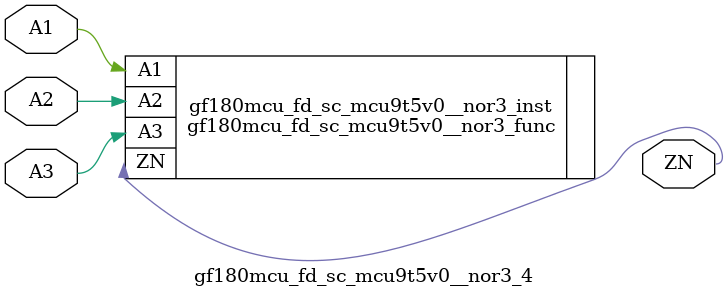
<source format=v>

`ifndef GF180MCU_FD_SC_MCU9T5V0__NOR3_4_V
`define GF180MCU_FD_SC_MCU9T5V0__NOR3_4_V

`include "gf180mcu_fd_sc_mcu9t5v0__nor3.v"

`ifdef USE_POWER_PINS
module gf180mcu_fd_sc_mcu9t5v0__nor3_4( A2, ZN, A3, A1, VDD, VSS );
inout VDD, VSS;
`else // If not USE_POWER_PINS
module gf180mcu_fd_sc_mcu9t5v0__nor3_4( A2, ZN, A3, A1 );
`endif // If not USE_POWER_PINS
input A1, A2, A3;
output ZN;

`ifdef USE_POWER_PINS
  gf180mcu_fd_sc_mcu9t5v0__nor3_func gf180mcu_fd_sc_mcu9t5v0__nor3_inst(.A2(A2),.ZN(ZN),.A3(A3),.A1(A1),.VDD(VDD),.VSS(VSS));
`else // If not USE_POWER_PINS
  gf180mcu_fd_sc_mcu9t5v0__nor3_func gf180mcu_fd_sc_mcu9t5v0__nor3_inst(.A2(A2),.ZN(ZN),.A3(A3),.A1(A1));
`endif // If not USE_POWER_PINS

`ifndef FUNCTIONAL
	// spec_gates_begin


	// spec_gates_end



   specify

	// specify_block_begin

	// comb arc A1 --> ZN
	 (A1 => ZN) = (1.0,1.0);

	// comb arc A2 --> ZN
	 (A2 => ZN) = (1.0,1.0);

	// comb arc A3 --> ZN
	 (A3 => ZN) = (1.0,1.0);

	// specify_block_end

   endspecify

   `endif

endmodule
`endif // GF180MCU_FD_SC_MCU9T5V0__NOR3_4_V

</source>
